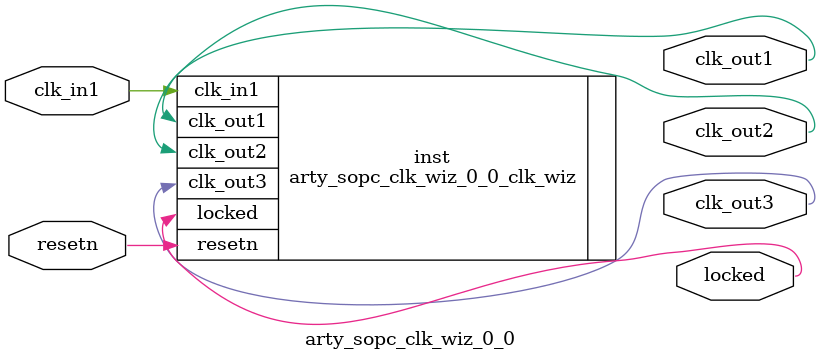
<source format=v>


`timescale 1ps/1ps

(* CORE_GENERATION_INFO = "arty_sopc_clk_wiz_0_0,clk_wiz_v6_0_13_0_0,{component_name=arty_sopc_clk_wiz_0_0,use_phase_alignment=true,use_min_o_jitter=false,use_max_i_jitter=false,use_dyn_phase_shift=false,use_inclk_switchover=false,use_dyn_reconfig=false,enable_axi=0,feedback_source=FDBK_AUTO,PRIMITIVE=MMCM,num_out_clk=3,clkin1_period=10.000,clkin2_period=10.000,use_power_down=false,use_reset=true,use_locked=true,use_inclk_stopped=false,feedback_type=SINGLE,CLOCK_MGR_TYPE=NA,manual_override=false}" *)

module arty_sopc_clk_wiz_0_0 
 (
  // Clock out ports
  output        clk_out1,
  output        clk_out2,
  output        clk_out3,
  // Status and control signals
  input         resetn,
  output        locked,
 // Clock in ports
  input         clk_in1
 );

  arty_sopc_clk_wiz_0_0_clk_wiz inst
  (
  // Clock out ports  
  .clk_out1(clk_out1),
  .clk_out2(clk_out2),
  .clk_out3(clk_out3),
  // Status and control signals               
  .resetn(resetn), 
  .locked(locked),
 // Clock in ports
  .clk_in1(clk_in1)
  );

endmodule

</source>
